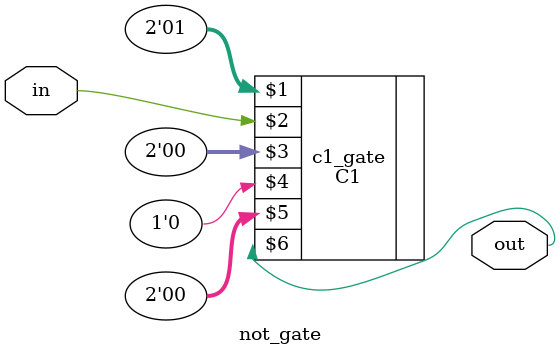
<source format=v>
module not_gate(out,in);
output out;
input in;
C1 c1_gate(2'b01,in,2'b00,1'b0,2'b00,out);
endmodule
//7
</source>
